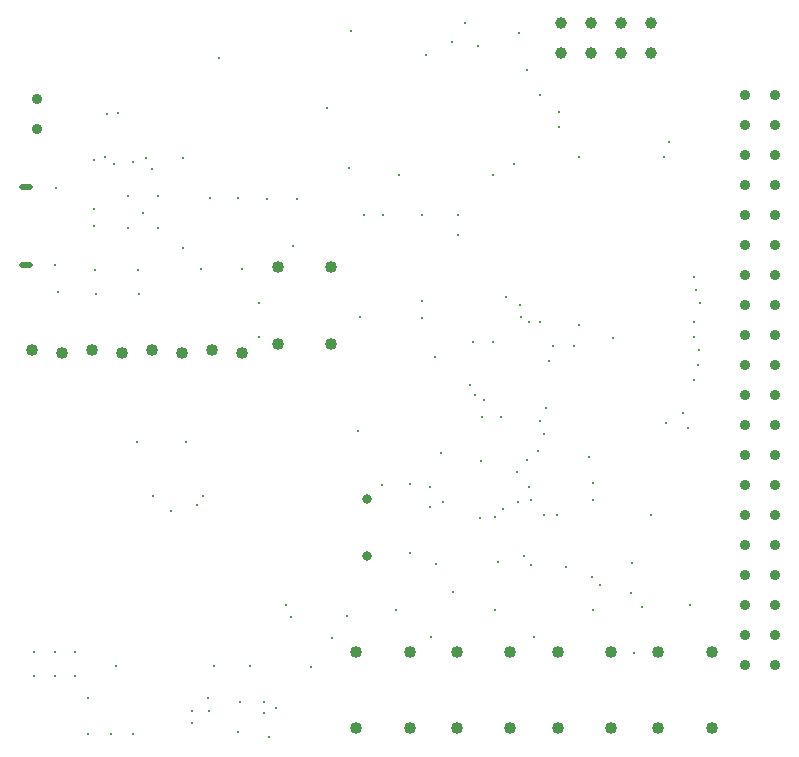
<source format=gbr>
%TF.GenerationSoftware,Novarm,DipTrace,3.2.0.1*%
%TF.CreationDate,2018-09-17T07:16:34-08:00*%
%FSLAX26Y26*%
%MOIN*%
%TF.FileFunction,Plated,1,4,PTH,Drill*%
%TF.Part,Single*%
%TA.AperFunction,ViaDrill*%
%ADD69C,0.011*%
%TA.AperFunction,ComponentDrill*%
%ADD71C,0.035433*%
%ADD72C,0.019685*%
%ADD73C,0.04*%
%ADD74C,0.03937*%
%ADD75C,0.032*%
G75*
G01*
D71*
X484316Y2471870D3*
Y2571870D3*
X462778Y2279873D2*
D72*
X435219D1*
X462778Y2020030D2*
X435219D1*
D73*
X468701Y1737450D3*
X568701Y1727450D3*
X668701Y1737450D3*
X768701Y1727450D3*
X868701Y1737450D3*
X968701Y1727450D3*
X1068701Y1737450D3*
X1168701Y1727450D3*
D71*
X2843701Y687450D3*
Y787450D3*
Y887450D3*
Y987450D3*
Y1087450D3*
Y1187450D3*
Y1287450D3*
Y1387450D3*
Y1487450D3*
Y1587450D3*
Y1687450D3*
Y1787450D3*
Y1887450D3*
Y1987450D3*
Y2087450D3*
Y2187450D3*
Y2287450D3*
Y2387450D3*
Y2487450D3*
Y2587450D3*
X2943701Y687450D3*
Y787450D3*
Y887450D3*
Y987450D3*
Y1087450D3*
Y1187450D3*
Y1287450D3*
Y1387450D3*
Y1487450D3*
Y1587450D3*
Y1687450D3*
Y1787450D3*
Y1887450D3*
Y1987450D3*
Y2087450D3*
Y2187450D3*
Y2287450D3*
Y2387450D3*
Y2487450D3*
Y2587450D3*
D73*
X1287450Y1756201D3*
Y2012201D3*
X1465450Y1756201D3*
Y2012201D3*
X1549950Y474950D3*
Y730950D3*
X1727950Y474950D3*
Y730950D3*
X1885368Y474950D3*
Y730950D3*
X2063368Y474950D3*
Y730950D3*
X2220784Y474950D3*
Y730950D3*
X2398784Y474950D3*
Y730950D3*
X2556201Y474950D3*
Y730950D3*
X2734201Y474950D3*
Y730950D3*
D74*
X2530977Y2724969D3*
Y2824969D3*
X2430977Y2724969D3*
Y2824969D3*
X2330977Y2724969D3*
Y2824969D3*
X2230977Y2724969D3*
Y2824969D3*
D75*
X1584326Y1049954D3*
Y1239954D3*
D69*
X1281108Y543948D3*
X1399845Y678309D3*
X2174950Y1456201D3*
X2680961Y1937551D3*
X2162452Y1499952D3*
X2674711Y1981297D3*
X2502855Y878288D3*
X2337247Y1293869D3*
X2687210Y1687578D3*
X2337247Y1237625D3*
X2674711Y1637583D3*
X970858Y2375912D3*
X971765Y2075037D3*
X712452Y2378164D3*
X674921Y2149952D3*
Y2206273D3*
X740540Y2356257D3*
X1562452Y1846936D3*
X548502Y2275936D3*
X837404Y2193774D3*
X1252987Y2240645D3*
X1352978D3*
X756299Y2524949D3*
X1091242Y2709324D3*
X1196826Y684326D3*
X1074879D3*
X1257591Y445436D3*
X1796824Y1214272D3*
X1728075Y1059658D3*
X1315576Y887450D3*
X681171Y1921928D3*
X824906D3*
X1331299Y846844D3*
X749696Y684326D3*
X1002314Y492840D3*
X787683Y2250181D3*
X887452Y2249950D3*
X887310Y2143841D3*
X545377Y2020030D3*
X787683Y2143780D3*
X1831050Y1393858D3*
X1728075Y1290883D3*
X1062452Y2243701D3*
X1156201D3*
X731071Y456457D3*
X1531082Y2799961D3*
X1912292Y2824958D3*
X2093523Y2793711D3*
X2162265Y2587483D3*
X1524832Y2343759D3*
X1693565Y2318761D3*
X2003772Y2318550D3*
X2074774Y2356257D3*
X2293502Y2381255D3*
X2023294Y1029911D3*
X2530977Y1187630D3*
X1939103Y1762570D3*
X1812302Y1712575D3*
X2274753Y1750071D3*
X2637215Y1525095D3*
X981201Y1431201D3*
X819292D3*
X1956201Y2749950D3*
X2097213Y1847213D3*
X2224759Y2481244D3*
X2156201Y1399952D3*
X1037452Y1249952D3*
X2574722Y2381255D3*
X1781201Y2718701D3*
X2093701Y1887452D3*
X656173Y575194D3*
X612428Y731428D3*
X1156121Y462706D3*
X543685Y650187D3*
X1243612Y525200D3*
X474942Y650187D3*
X1057432Y532605D3*
X612428Y650187D3*
X2131019Y1018898D3*
X931145Y1200129D3*
X474952Y731201D3*
X2162265Y1831313D3*
X1887453Y2118701D3*
X806201Y2362452D3*
X1031777Y2005626D3*
X1768701Y1843701D3*
X849903Y2375005D3*
X1168620Y2006282D3*
X1768557Y1900055D3*
X2131019Y1237625D3*
X2674711Y1781318D3*
X2324748Y1381360D3*
X2693460Y1737572D3*
X1634196Y1287620D3*
X1556079Y1465726D3*
X868701Y2340576D3*
X1224864Y1893788D3*
Y1781318D3*
X1518583Y850166D3*
X2465576Y924952D3*
X2193512Y1700076D3*
X2405990Y1775068D3*
X1018701Y1218701D3*
X2118701Y1368701D3*
X2593470Y2431250D3*
X1868546Y2762465D3*
X2050197Y1912452D3*
X2084149Y1328240D3*
X2693806Y1893806D3*
X2362450Y953076D3*
X1243612Y562696D3*
X1871826Y931201D3*
X806158Y456457D3*
X1002314Y532604D3*
X2124769Y1281370D3*
X2674711Y1831313D3*
X2334326Y981201D3*
X1160723Y564173D3*
X1815427Y1022534D3*
X1056131Y575194D3*
X656173Y456457D3*
X1962286Y1175131D3*
X1468588Y775173D3*
X1799803Y781423D3*
X2012281Y1181381D3*
X2181013Y1543843D3*
X2143517Y781423D3*
X2087273Y1231376D3*
X2474732Y725420D3*
X2031029Y1512596D3*
X556184Y1931302D3*
X1946826Y1587452D3*
X1928076Y1618701D3*
X1974950Y1568700D3*
X1968847Y1512596D3*
X1837299Y1231376D3*
X1453076Y2543701D3*
X2468483Y1027147D3*
X2249756Y1012649D3*
X2580971Y1493848D3*
X2006032Y1762570D3*
X2206011Y1750071D3*
X676013Y2368756D3*
X821781Y2003170D3*
X678046D3*
X718667Y2521865D3*
X2293502Y1818814D3*
X2224759Y2531239D3*
X1681066Y868914D3*
X2037278Y1206378D3*
X2012450Y868914D3*
X2174764Y1187630D3*
X2218509D3*
X2337247Y868914D3*
X2655963Y1475100D3*
X2662213Y887662D3*
X2109252Y1050145D3*
X871826Y1249952D3*
X543701Y731201D3*
X1796824Y1281201D3*
X1965551Y1365600D3*
X1337352Y2084411D3*
X1637450Y2185630D3*
X1574960Y2187452D3*
X2124769Y1831313D3*
X1889274Y2187452D3*
X1768710D3*
X2118520Y2668725D3*
M02*

</source>
